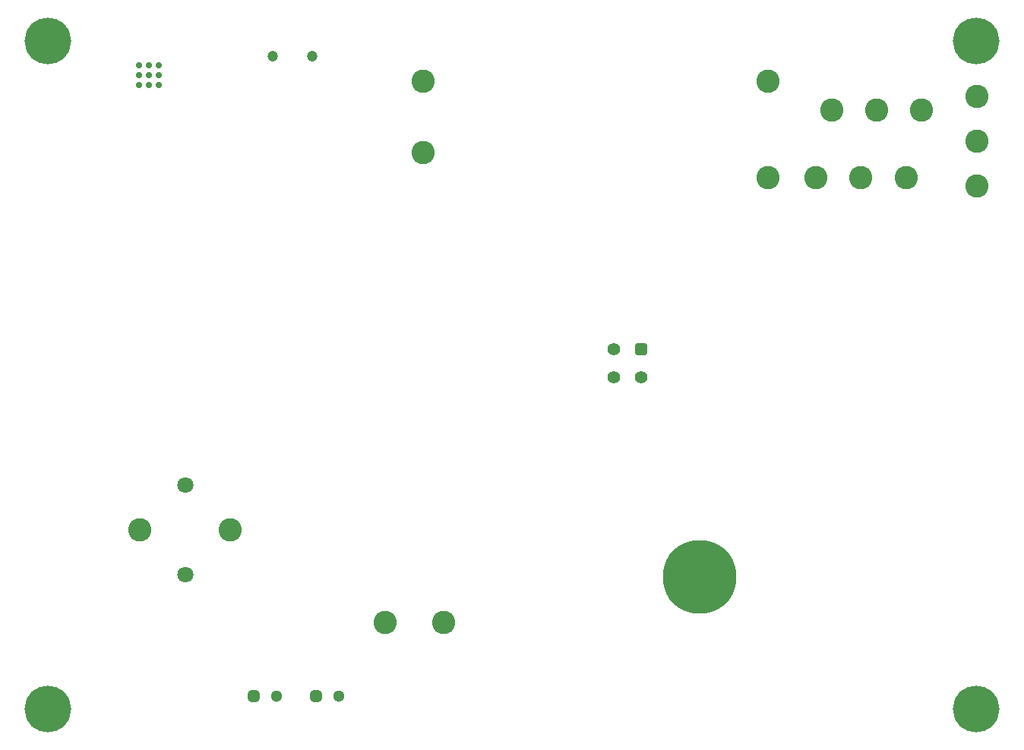
<source format=gbs>
G04*
G04 #@! TF.GenerationSoftware,Altium Limited,Altium Designer,20.0.13 (296)*
G04*
G04 Layer_Color=16711935*
%FSAX44Y44*%
%MOMM*%
G71*
G01*
G75*
%ADD65C,2.6000*%
%ADD66C,1.2000*%
%ADD67C,1.3000*%
G04:AMPARAMS|DCode=68|XSize=1.3mm|YSize=1.3mm|CornerRadius=0.35mm|HoleSize=0mm|Usage=FLASHONLY|Rotation=0.000|XOffset=0mm|YOffset=0mm|HoleType=Round|Shape=RoundedRectangle|*
%AMROUNDEDRECTD68*
21,1,1.3000,0.6000,0,0,0.0*
21,1,0.6000,1.3000,0,0,0.0*
1,1,0.7000,0.3000,-0.3000*
1,1,0.7000,-0.3000,-0.3000*
1,1,0.7000,-0.3000,0.3000*
1,1,0.7000,0.3000,0.3000*
%
%ADD68ROUNDEDRECTD68*%
%ADD69C,1.8000*%
%ADD70C,5.2000*%
G04:AMPARAMS|DCode=71|XSize=1.4mm|YSize=1.4mm|CornerRadius=0.375mm|HoleSize=0mm|Usage=FLASHONLY|Rotation=90.000|XOffset=0mm|YOffset=0mm|HoleType=Round|Shape=RoundedRectangle|*
%AMROUNDEDRECTD71*
21,1,1.4000,0.6500,0,0,90.0*
21,1,0.6500,1.4000,0,0,90.0*
1,1,0.7500,0.3250,0.3250*
1,1,0.7500,0.3250,-0.3250*
1,1,0.7500,-0.3250,-0.3250*
1,1,0.7500,-0.3250,0.3250*
%
%ADD71ROUNDEDRECTD71*%
%ADD72C,1.4000*%
%ADD73C,8.2000*%
%ADD74C,0.7000*%
D65*
X00476000Y00131000D02*
D03*
X00411000D02*
D03*
X01071000Y00618000D02*
D03*
Y00668000D02*
D03*
Y00718000D02*
D03*
X00991500Y00627500D02*
D03*
X01008500Y00702500D02*
D03*
X00941500Y00627500D02*
D03*
X00958500Y00702500D02*
D03*
X00908500D02*
D03*
X00891500Y00627500D02*
D03*
X00138000Y00234750D02*
D03*
X00238000D02*
D03*
X00453000Y00655000D02*
D03*
Y00735000D02*
D03*
X00838000D02*
D03*
Y00627500D02*
D03*
D66*
X00286000Y00762500D02*
D03*
X00330000D02*
D03*
D67*
X00359700Y00049500D02*
D03*
X00289700Y00049500D02*
D03*
D68*
X00334300Y00049500D02*
D03*
X00264300Y00049500D02*
D03*
D69*
X00188000Y00284750D02*
D03*
Y00184750D02*
D03*
D70*
X00035000Y00780000D02*
D03*
Y00035000D02*
D03*
X01070000Y00780000D02*
D03*
Y00035000D02*
D03*
D71*
X00696750Y00436000D02*
D03*
D72*
Y00405000D02*
D03*
X00665750D02*
D03*
Y00436000D02*
D03*
D73*
X00761250Y00181750D02*
D03*
D74*
X00137000Y00752640D02*
D03*
X00148000D02*
D03*
X00159000D02*
D03*
X00137000Y00741640D02*
D03*
X00148000D02*
D03*
X00159000D02*
D03*
X00137000Y00730640D02*
D03*
X00148000D02*
D03*
X00159000D02*
D03*
M02*

</source>
